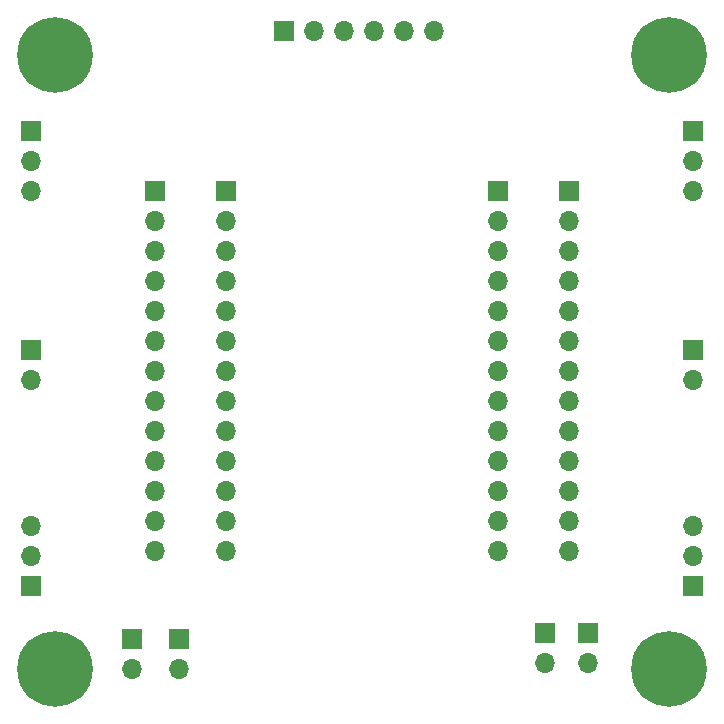
<source format=gbr>
%TF.GenerationSoftware,KiCad,Pcbnew,7.0.7*%
%TF.CreationDate,2023-10-05T17:02:33-03:00*%
%TF.ProjectId,ILLI_PCB,494c4c49-5f50-4434-922e-6b696361645f,rev?*%
%TF.SameCoordinates,Original*%
%TF.FileFunction,Soldermask,Bot*%
%TF.FilePolarity,Negative*%
%FSLAX46Y46*%
G04 Gerber Fmt 4.6, Leading zero omitted, Abs format (unit mm)*
G04 Created by KiCad (PCBNEW 7.0.7) date 2023-10-05 17:02:33*
%MOMM*%
%LPD*%
G01*
G04 APERTURE LIST*
%ADD10O,1.700000X1.700000*%
%ADD11R,1.700000X1.700000*%
%ADD12C,6.400000*%
G04 APERTURE END LIST*
D10*
%TO.C,J4*%
X124500000Y-136040000D03*
D11*
X124500000Y-133500000D03*
%TD*%
D12*
%TO.C,REF\u002A\u002A*%
X114000000Y-84000000D03*
%TD*%
%TO.C,REF\u002A\u002A*%
X166000000Y-84000000D03*
%TD*%
%TO.C,REF\u002A\u002A*%
X114000000Y-136000000D03*
%TD*%
%TO.C,REF\u002A\u002A*%
X166000000Y-136000000D03*
%TD*%
D10*
%TO.C,J11*%
X159150000Y-135500000D03*
D11*
X159150000Y-132960000D03*
%TD*%
D10*
%TO.C,J8*%
X155500000Y-135500000D03*
D11*
X155500000Y-132960000D03*
%TD*%
D10*
%TO.C,J6*%
X146080000Y-82000000D03*
X143540000Y-82000000D03*
X141000000Y-82000000D03*
X138460000Y-82000000D03*
X135920000Y-82000000D03*
D11*
X133380000Y-82000000D03*
%TD*%
D10*
%TO.C,J7*%
X168000000Y-111540000D03*
D11*
X168000000Y-109000000D03*
%TD*%
D10*
%TO.C,J5*%
X112000000Y-111540000D03*
D11*
X112000000Y-109000000D03*
%TD*%
D10*
%TO.C,J16*%
X168000000Y-123920000D03*
X168000000Y-126460000D03*
D11*
X168000000Y-129000000D03*
%TD*%
%TO.C,J15*%
X112000000Y-129000000D03*
D10*
X112000000Y-126460000D03*
X112000000Y-123920000D03*
%TD*%
%TO.C,J14*%
X112000000Y-95540000D03*
X112000000Y-93000000D03*
D11*
X112000000Y-90460000D03*
%TD*%
D10*
%TO.C,J13*%
X168000000Y-95540000D03*
X168000000Y-93000000D03*
D11*
X168000000Y-90460000D03*
%TD*%
D10*
%TO.C,J10*%
X157500000Y-126000000D03*
X157500000Y-123460000D03*
X157500000Y-120920000D03*
X157500000Y-118380000D03*
X157500000Y-115840000D03*
X157500000Y-113300000D03*
X157500000Y-110760000D03*
X157500000Y-108220000D03*
X157500000Y-105680000D03*
X157500000Y-103140000D03*
X157500000Y-100600000D03*
X157500000Y-98060000D03*
D11*
X157500000Y-95520000D03*
%TD*%
D10*
%TO.C,J9*%
X122500000Y-125980000D03*
X122500000Y-123440000D03*
X122500000Y-120900000D03*
X122500000Y-118360000D03*
X122500000Y-115820000D03*
X122500000Y-113280000D03*
X122500000Y-110740000D03*
X122500000Y-108200000D03*
X122500000Y-105660000D03*
X122500000Y-103120000D03*
X122500000Y-100580000D03*
X122500000Y-98040000D03*
D11*
X122500000Y-95500000D03*
%TD*%
D10*
%TO.C,J3*%
X120500000Y-136040000D03*
D11*
X120500000Y-133500000D03*
%TD*%
%TO.C,J2*%
X151500000Y-95520000D03*
D10*
X151500000Y-98060000D03*
X151500000Y-100600000D03*
X151500000Y-103140000D03*
X151500000Y-105680000D03*
X151500000Y-108220000D03*
X151500000Y-110760000D03*
X151500000Y-113300000D03*
X151500000Y-115840000D03*
X151500000Y-118380000D03*
X151500000Y-120920000D03*
X151500000Y-123460000D03*
X151500000Y-126000000D03*
%TD*%
%TO.C,J1*%
X128500000Y-126000000D03*
X128500000Y-123460000D03*
X128500000Y-120920000D03*
X128500000Y-118380000D03*
X128500000Y-115840000D03*
X128500000Y-113300000D03*
X128500000Y-110760000D03*
X128500000Y-108220000D03*
X128500000Y-105680000D03*
X128500000Y-103140000D03*
X128500000Y-100600000D03*
X128500000Y-98060000D03*
D11*
X128500000Y-95520000D03*
%TD*%
M02*

</source>
